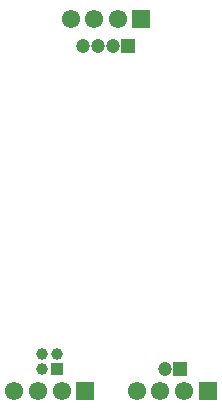
<source format=gbs>
G04*
G04 #@! TF.GenerationSoftware,Altium Limited,Altium Designer,21.7.2 (23)*
G04*
G04 Layer_Color=16711935*
%FSAX25Y25*%
%MOIN*%
G70*
G04*
G04 #@! TF.SameCoordinates,7A990169-6DC8-41C8-B485-EB3673424C17*
G04*
G04*
G04 #@! TF.FilePolarity,Negative*
G04*
G01*
G75*
%ADD12C,0.06115*%
%ADD13R,0.06115X0.06115*%
%ADD14C,0.03937*%
%ADD15R,0.03937X0.03937*%
%ADD16C,0.04737*%
%ADD17R,0.04737X0.04737*%
D12*
X0132087Y0105413D02*
D03*
X0139961D02*
D03*
X0147835D02*
D03*
X0172835D02*
D03*
X0180709D02*
D03*
X0188583D02*
D03*
X0166535Y0229528D02*
D03*
X0158661D02*
D03*
X0150787D02*
D03*
D13*
X0155709Y0105413D02*
D03*
X0196457D02*
D03*
X0174409Y0229528D02*
D03*
D14*
X0146102Y0117854D02*
D03*
X0141102D02*
D03*
Y0112854D02*
D03*
D15*
X0146102D02*
D03*
D16*
X0155079Y0220472D02*
D03*
X0160079D02*
D03*
X0165079D02*
D03*
X0182283Y0112894D02*
D03*
D17*
X0170079Y0220472D02*
D03*
X0187284Y0112894D02*
D03*
M02*

</source>
